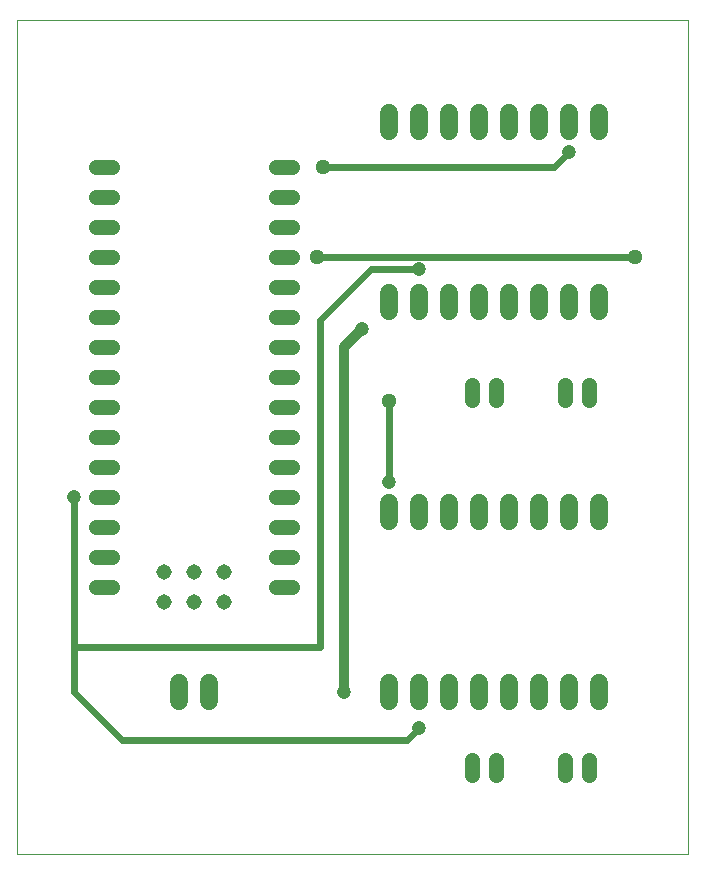
<source format=gtl>
G75*
%MOIN*%
%OFA0B0*%
%FSLAX25Y25*%
%IPPOS*%
%LPD*%
%AMOC8*
5,1,8,0,0,1.08239X$1,22.5*
%
%ADD10C,0.00000*%
%ADD11C,0.05150*%
%ADD12C,0.05150*%
%ADD13C,0.06000*%
%ADD14C,0.01600*%
%ADD15C,0.02400*%
%ADD16C,0.04750*%
%ADD17C,0.05100*%
%ADD18C,0.03200*%
D10*
X0014200Y0014200D02*
X0014200Y0292161D01*
X0237901Y0292161D01*
X0237901Y0014200D01*
X0014200Y0014200D01*
D11*
X0040625Y0103200D02*
X0045775Y0103200D01*
X0045775Y0113200D02*
X0040625Y0113200D01*
X0040625Y0123200D02*
X0045775Y0123200D01*
X0045775Y0133200D02*
X0040625Y0133200D01*
X0040625Y0143200D02*
X0045775Y0143200D01*
X0045775Y0153200D02*
X0040625Y0153200D01*
X0040625Y0163200D02*
X0045775Y0163200D01*
X0045775Y0173200D02*
X0040625Y0173200D01*
X0040625Y0183200D02*
X0045775Y0183200D01*
X0045775Y0193200D02*
X0040625Y0193200D01*
X0040625Y0203200D02*
X0045775Y0203200D01*
X0045775Y0213200D02*
X0040625Y0213200D01*
X0040625Y0223200D02*
X0045775Y0223200D01*
X0045775Y0233200D02*
X0040625Y0233200D01*
X0040625Y0243200D02*
X0045775Y0243200D01*
X0100625Y0243200D02*
X0105775Y0243200D01*
X0105775Y0233200D02*
X0100625Y0233200D01*
X0100625Y0223200D02*
X0105775Y0223200D01*
X0105775Y0213200D02*
X0100625Y0213200D01*
X0100625Y0203200D02*
X0105775Y0203200D01*
X0105775Y0193200D02*
X0100625Y0193200D01*
X0100625Y0183200D02*
X0105775Y0183200D01*
X0105775Y0173200D02*
X0100625Y0173200D01*
X0100625Y0163200D02*
X0105775Y0163200D01*
X0105775Y0153200D02*
X0100625Y0153200D01*
X0100625Y0143200D02*
X0105775Y0143200D01*
X0105775Y0133200D02*
X0100625Y0133200D01*
X0100625Y0123200D02*
X0105775Y0123200D01*
X0105775Y0113200D02*
X0100625Y0113200D01*
X0100625Y0103200D02*
X0105775Y0103200D01*
X0165968Y0045588D02*
X0165968Y0040438D01*
X0173842Y0040438D02*
X0173842Y0045588D01*
X0196968Y0045588D02*
X0196968Y0040438D01*
X0204842Y0040438D02*
X0204842Y0045588D01*
X0204842Y0165438D02*
X0204842Y0170588D01*
X0196968Y0170588D02*
X0196968Y0165438D01*
X0173842Y0165438D02*
X0173842Y0170588D01*
X0165968Y0170588D02*
X0165968Y0165438D01*
D12*
X0083200Y0108200D03*
X0073200Y0108200D03*
X0073200Y0098200D03*
X0083200Y0098200D03*
X0063200Y0098200D03*
X0063200Y0108200D03*
D13*
X0068200Y0071200D02*
X0068200Y0065200D01*
X0078200Y0065200D02*
X0078200Y0071200D01*
X0138200Y0071200D02*
X0138200Y0065200D01*
X0148200Y0065200D02*
X0148200Y0071200D01*
X0158200Y0071200D02*
X0158200Y0065200D01*
X0168200Y0065200D02*
X0168200Y0071200D01*
X0178200Y0071200D02*
X0178200Y0065200D01*
X0188200Y0065200D02*
X0188200Y0071200D01*
X0198200Y0071200D02*
X0198200Y0065200D01*
X0208200Y0065200D02*
X0208200Y0071200D01*
X0208200Y0125200D02*
X0208200Y0131200D01*
X0198200Y0131200D02*
X0198200Y0125200D01*
X0188200Y0125200D02*
X0188200Y0131200D01*
X0178200Y0131200D02*
X0178200Y0125200D01*
X0168200Y0125200D02*
X0168200Y0131200D01*
X0158200Y0131200D02*
X0158200Y0125200D01*
X0148200Y0125200D02*
X0148200Y0131200D01*
X0138200Y0131200D02*
X0138200Y0125200D01*
X0138200Y0195200D02*
X0138200Y0201200D01*
X0148200Y0201200D02*
X0148200Y0195200D01*
X0158200Y0195200D02*
X0158200Y0201200D01*
X0168200Y0201200D02*
X0168200Y0195200D01*
X0178200Y0195200D02*
X0178200Y0201200D01*
X0188200Y0201200D02*
X0188200Y0195200D01*
X0198200Y0195200D02*
X0198200Y0201200D01*
X0208200Y0201200D02*
X0208200Y0195200D01*
X0208200Y0255200D02*
X0208200Y0261200D01*
X0198200Y0261200D02*
X0198200Y0255200D01*
X0188200Y0255200D02*
X0188200Y0261200D01*
X0178200Y0261200D02*
X0178200Y0255200D01*
X0168200Y0255200D02*
X0168200Y0261200D01*
X0158200Y0261200D02*
X0158200Y0255200D01*
X0148200Y0255200D02*
X0148200Y0261200D01*
X0138200Y0261200D02*
X0138200Y0255200D01*
D14*
X0033200Y0133200D02*
X0033200Y0083200D01*
X0033200Y0068200D01*
D15*
X0049200Y0052200D01*
X0144200Y0052200D01*
X0148200Y0056200D01*
X0115200Y0083200D02*
X0115200Y0192200D01*
X0132200Y0209200D01*
X0148200Y0209200D01*
X0146296Y0213200D02*
X0114200Y0213200D01*
X0116200Y0243200D02*
X0193200Y0243200D01*
X0198200Y0248200D01*
X0220200Y0213200D02*
X0150104Y0213200D01*
X0149929Y0213375D01*
X0146471Y0213375D01*
X0146296Y0213200D01*
X0138200Y0165200D02*
X0138200Y0138200D01*
X0115200Y0083200D02*
X0033200Y0083200D01*
X0033200Y0068200D02*
X0033200Y0133200D01*
D16*
X0033200Y0133200D03*
X0123200Y0068200D03*
X0148200Y0056200D03*
X0138200Y0138200D03*
X0129200Y0189200D03*
X0148200Y0209200D03*
X0198200Y0248200D03*
D17*
X0220200Y0213200D03*
X0138200Y0165200D03*
X0114200Y0213200D03*
X0116200Y0243200D03*
D18*
X0129200Y0189200D02*
X0123200Y0183200D01*
X0123200Y0068200D01*
M02*

</source>
